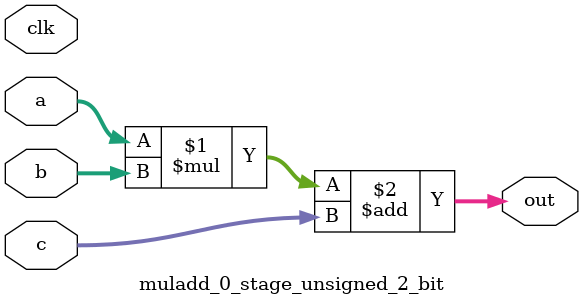
<source format=sv>
(* use_dsp = "yes" *) module muladd_0_stage_unsigned_2_bit(
	input  [1:0] a,
	input  [1:0] b,
	input  [1:0] c,
	output [1:0] out,
	input clk);

	assign out = (a * b) + c;
endmodule

</source>
